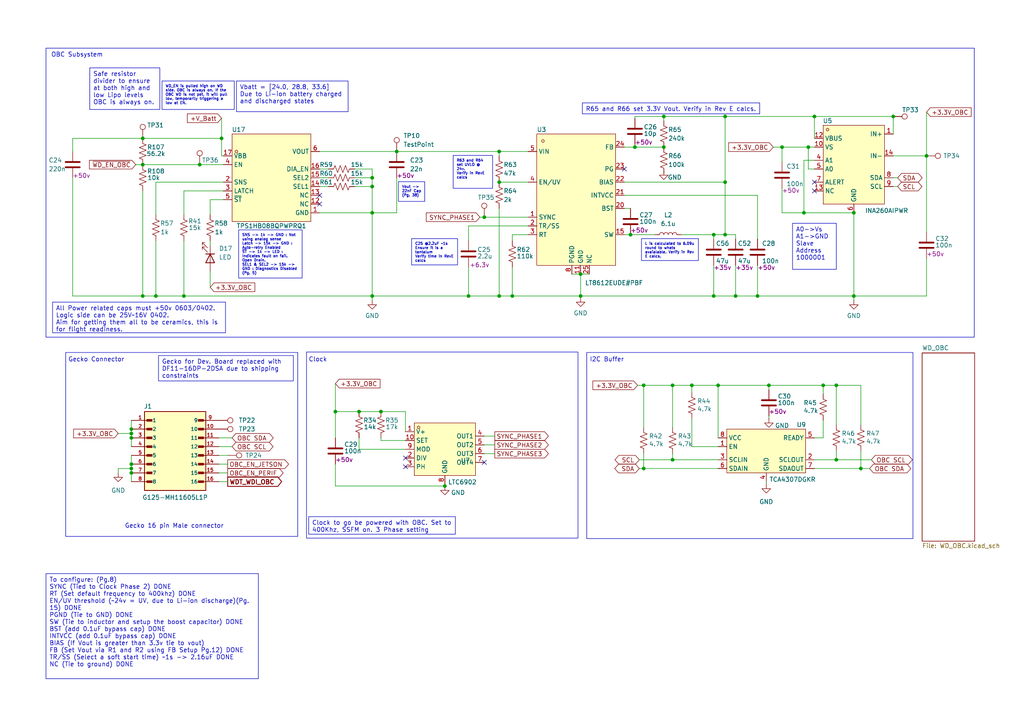
<source format=kicad_sch>
(kicad_sch (version 20250114) (generator "eeschema") (generator_version "9.0")
  (paper "A4")
  (lib_symbols
    (symbol "Device:C" (pin_numbers (hide yes)) (pin_names (offset 0.254))
      (property "Reference" "C" (at 0.635 2.54 0))
      (property "Value" "C" (at 0.635 -2.54 0))
      (symbol "C_0_1"
        (polyline (pts (xy -2.032 0.762) (xy 2.032 0.762)) (stroke (width 0.508)))
        (polyline (pts (xy -2.032 -0.762) (xy 2.032 -0.762)) (stroke (width 0.508)))
      )
      (symbol "C_1_1"
        (pin passive line (at 0 3.81 270) (length 2.794) (name "~") (number "1"))
        (pin passive line (at 0 -3.81 90) (length 2.794) (name "~") (number "2"))
      )
    )
    (symbol "Device:L" (pin_numbers (hide yes)) (pin_names (offset 1.016) (hide yes))
      (property "Reference" "L" (at -1.27 0 90))
      (property "Value" "L" (at 1.905 0 90))
      (symbol "L_0_1"
        (arc (start 0 2.54) (mid 0.6323 1.905) (end 0 1.27))
        (arc (start 0 1.27) (mid 0.6323 0.635) (end 0 0))
        (arc (start 0 0) (mid 0.6323 -0.635) (end 0 -1.27))
        (arc (start 0 -1.27) (mid 0.6323 -1.905) (end 0 -2.54))
      )
      (symbol "L_1_1"
        (pin passive line (at 0 3.81 270) (length 1.27) (name "1") (number "1"))
        (pin passive line (at 0 -3.81 90) (length 1.27) (name "2") (number "2"))
      )
    )
    (symbol "Device:LED" (pin_numbers (hide yes)) (pin_names (offset 1.016) (hide yes))
      (property "Reference" "D" (at 0 2.54 0))
      (property "Value" "LED" (at 0 -2.54 0))
      (symbol "LED_0_1"
        (polyline (pts (xy -3.048 -0.762) (xy -4.572 -2.286) (xy -3.81 -2.286) (xy -4.572 -2.286) (xy -4.572 -1.524)))
        (polyline (pts (xy -1.778 -0.762) (xy -3.302 -2.286) (xy -2.54 -2.286) (xy -3.302 -2.286) (xy -3.302 -1.524)))
        (polyline (pts (xy -1.27 0) (xy 1.27 0)))
        (polyline (pts (xy -1.27 -1.27) (xy -1.27 1.27)) (stroke (width 0.254)))
        (polyline (pts (xy 1.27 -1.27) (xy 1.27 1.27) (xy -1.27 0) (xy 1.27 -1.27)) (stroke (width 0.254)))
      )
      (symbol "LED_1_1"
        (pin passive line (at -3.81 0 0) (length 2.54) (name "K") (number "1"))
        (pin passive line (at 3.81 0 180) (length 2.54) (name "A") (number "2"))
      )
    )
    (symbol "Device:R_US" (pin_numbers (hide yes)) (pin_names (offset 0))
      (property "Reference" "R" (at 2.54 0 90))
      (property "Value" "R_US" (at -2.54 0 90))
      (symbol "R_US_0_1"
        (polyline (pts (xy 0 2.286) (xy 0 2.54)))
        (polyline (pts (xy 0 2.286) (xy 1.016 1.905) (xy 0 1.524) (xy -1.016 1.143) (xy 0 0.762)))
        (polyline (pts (xy 0 0.762) (xy 1.016 0.381) (xy 0 0) (xy -1.016 -0.381) (xy 0 -0.762)))
        (polyline (pts (xy 0 -0.762) (xy 1.016 -1.143) (xy 0 -1.524) (xy -1.016 -1.905) (xy 0 -2.286)))
        (polyline (pts (xy 0 -2.286) (xy 0 -2.54)))
      )
      (symbol "R_US_1_1"
        (pin passive line (at 0 3.81 270) (length 1.27) (name "~") (number "1"))
        (pin passive line (at 0 -3.81 90) (length 1.27) (name "~") (number "2"))
      )
    )
    (symbol "EPS:G125-MH11605L1P" (pin_names (offset 1.016))
      (property "Reference" "J" (at -9.39 12.7 0))
      (property "Value" "G125-MH11605L1P" (at -8.89 -12.7 0))
      (symbol "G125-MH11605L1P_0_0"
        (rectangle (start -8.89 12.7) (end 8.89 -10.16) (stroke (width 0.254)) (fill (type background)))
        (rectangle (start -8.255 9.8425) (end -6.6675 10.4775) (stroke (width 0.1)) (fill (type outline)))
        (rectangle (start -8.255 7.3025) (end -6.6675 7.9375) (stroke (width 0.1)) (fill (type outline)))
        (rectangle (start -8.255 4.7625) (end -6.6675 5.3975) (stroke (width 0.1)) (fill (type outline)))
        (rectangle (start -8.255 2.2225) (end -6.6675 2.8575) (stroke (width 0.1)) (fill (type outline)))
        (rectangle (start -8.255 -0.3175) (end -6.6675 0.3175) (stroke (width 0.1)) (fill (type outline)))
        (rectangle (start -8.255 -2.8575) (end -6.6675 -2.2225) (stroke (width 0.1)) (fill (type outline)))
        (rectangle (start -8.255 -5.3975) (end -6.6675 -4.7625) (stroke (width 0.1)) (fill (type outline)))
        (rectangle (start -8.255 -7.9375) (end -6.6675 -7.3025) (stroke (width 0.1)) (fill (type outline)))
        (rectangle (start 8.255 9.8425) (end 6.6675 10.4775) (stroke (width 0.1)) (fill (type outline)))
        (rectangle (start 8.255 7.3025) (end 6.6675 7.9375) (stroke (width 0.1)) (fill (type outline)))
        (rectangle (start 8.255 4.7625) (end 6.6675 5.3975) (stroke (width 0.1)) (fill (type outline)))
        (rectangle (start 8.255 2.2225) (end 6.6675 2.8575) (stroke (width 0.1)) (fill (type outline)))
        (rectangle (start 8.255 -0.3175) (end 6.6675 0.3175) (stroke (width 0.1)) (fill (type outline)))
        (rectangle (start 8.255 -2.8575) (end 6.6675 -2.2225) (stroke (width 0.1)) (fill (type outline)))
        (rectangle (start 8.255 -5.3975) (end 6.6675 -4.7625) (stroke (width 0.1)) (fill (type outline)))
        (rectangle (start 8.255 -7.9375) (end 6.6675 -7.3025) (stroke (width 0.1)) (fill (type outline)))
        (pin passive line (at -12.7 10.16 0) (length 5.08) (name "1") (number "1"))
        (pin passive line (at -12.7 7.62 0) (length 5.08) (name "2") (number "2"))
        (pin passive line (at -12.7 5.08 0) (length 5.08) (name "3") (number "3"))
        (pin passive line (at -12.7 2.54 0) (length 5.08) (name "4") (number "4"))
        (pin passive line (at -12.7 0 0) (length 5.08) (name "5") (number "5"))
        (pin passive line (at -12.7 -2.54 0) (length 5.08) (name "6") (number "6"))
        (pin passive line (at -12.7 -5.08 0) (length 5.08) (name "7") (number "7"))
        (pin passive line (at -12.7 -7.62 0) (length 5.08) (name "8") (number "8"))
        (pin passive line (at 12.7 10.16 180) (length 5.08) (name "9") (number "9"))
        (pin passive line (at 12.7 7.62 180) (length 5.08) (name "10") (number "10"))
        (pin passive line (at 12.7 5.08 180) (length 5.08) (name "11") (number "11"))
        (pin passive line (at 12.7 2.54 180) (length 5.08) (name "12") (number "12"))
        (pin passive line (at 12.7 0 180) (length 5.08) (name "13") (number "13"))
        (pin passive line (at 12.7 -2.54 180) (length 5.08) (name "14") (number "14"))
        (pin passive line (at 12.7 -5.08 180) (length 5.08) (name "15") (number "15"))
        (pin passive line (at 12.7 -7.62 180) (length 5.08) (name "16") (number "16"))
      )
    )
    (symbol "EPS:INA260AIPWR"
      (property "Reference" "U" (at 0 13.97 0))
      (property "Value" "INA260AIPWR" (at 8.128 -12.954 0))
      (symbol "INA260AIPWR_0_1"
        (rectangle (start -8.89 11.43) (end 8.89 -11.43) (fill (type background)))
        (circle (center -7.62 10.16) (radius 0.38))
      )
      (symbol "INA260AIPWR_1_1"
        (pin passive line (at -11.43 7.62 0) (length 2.54) (name "VBUS") (number "12"))
        (pin passive line (at -11.43 5.08 0) (length 2.54) (name "VS") (number "10"))
        (pin passive line (at -11.43 1.27 0) (length 2.54) (name "A1") (number "4"))
        (pin passive line (at -11.43 -1.27 0) (length 2.54) (name "A0") (number "5"))
        (pin passive line (at -11.43 -5.08 0) (length 2.54) (name "ALERT") (number "7"))
        (pin passive line (at -11.43 -7.62 0) (length 2.54) (name "NC") (number "13"))
        (pin passive line (at 0 -13.97 90) (length 2.54) (name "GND") (number "6"))
        (pin passive line (at 11.43 8.89 180) (length 2.54) (name "IN+") (number "1"))
        (pin passive line (at 11.43 2.54 180) (length 2.54) (name "IN-") (number "14"))
        (pin passive line (at 11.43 -3.81 180) (length 2.54) (name "SDA") (number "8"))
        (pin passive line (at 11.43 -6.35 180) (length 2.54) (name "SCL") (number "9"))
      )
    )
    (symbol "EPS:LT8612EUDE#PBF"
      (property "Reference" "U" (at -1.27 24.13 0))
      (property "Value" "LT8612EUDE#PBF" (at 0 -29.21 0))
      (symbol "LT8612EUDE#PBF_0_1"
        (rectangle (start -11.43 16.51) (end 11.43 -21.59) (fill (type background)))
        (circle (center -9.652 14.478) (radius 0.38))
      )
      (symbol "LT8612EUDE#PBF_1_1"
        (pin passive line (at -13.97 11.43 0) (length 2.54) (name "VIN") (number "5"))
        (pin passive line (at -13.97 2.54 0) (length 2.54) (name "EN/UV") (number "4"))
        (pin passive line (at -13.97 -7.62 0) (length 2.54) (name "SYNC") (number "1"))
        (pin passive line (at -13.97 -10.16 0) (length 2.54) (name "TR/SS") (number "2"))
        (pin passive line (at -13.97 -12.7 0) (length 2.54) (name "RT") (number "3"))
        (pin passive line (at -1.27 -24.13 90) (length 2.54) (name "PGND") (number "8"))
        (pin passive line (at 1.27 -24.13 90) (length 2.54) (name "GND") (number "11"))
        (pin passive line (at 3.81 -24.13 90) (length 2.54) (name "NC") (number "25"))
        (pin passive line (at 13.97 12.7 180) (length 2.54) (name "FB") (number "24"))
        (pin passive line (at 13.97 6.35 180) (length 2.54) (name "PG") (number "23"))
        (pin passive line (at 13.97 2.54 180) (length 2.54) (name "BIAS") (number "22"))
        (pin passive line (at 13.97 -1.27 180) (length 2.54) (name "INTVCC") (number "21"))
        (pin passive line (at 13.97 -5.08 180) (length 2.54) (name "BST") (number "20"))
        (pin passive line (at 13.97 -12.7 180) (length 2.54) (name "SW") (number "15"))
      )
    )
    (symbol "EPS:LTC6902IMS#TRPBF"
      (property "Reference" "U" (at 0 10.16 0))
      (property "Value" "LTC6902IMS#TRPBF" (at 0 -10.16 0))
      (symbol "LTC6902IMS#TRPBF_0_1"
        (rectangle (start -8.89 7.62) (end 8.89 -7.62) (fill (type background)))
        (circle (center -7.62 6.35) (radius 0.38))
        (pin unspecified line (at -11.43 5.08 0) (length 2.54) (name "V+") (number "1"))
        (pin unspecified line (at -11.43 2.54 0) (length 2.54) (name "SET") (number "10"))
        (pin unspecified line (at -11.43 0 0) (length 2.54) (name "MOD") (number "9"))
        (pin unspecified line (at -11.43 -2.54 0) (length 2.54) (name "DIV") (number "2"))
        (pin unspecified line (at -11.43 -5.08 0) (length 2.54) (name "PH") (number "3"))
        (pin unspecified line (at 0 -10.16 90) (length 2.54) (name "GND") (number "8"))
        (pin unspecified line (at 11.43 3.81 180) (length 2.54) (name "OUT1") (number "4"))
        (pin unspecified line (at 11.43 1.27 180) (length 2.54) (name "OUT2") (number "5"))
        (pin unspecified line (at 11.43 -1.27 180) (length 2.54) (name "OUT3") (number "6"))
        (pin unspecified line (at 11.43 -3.81 180) (length 2.54) (name "OUT4") (number "7"))
      )
    )
    (symbol "EPS:TCA4307DGKR"
      (property "Reference" "U" (at 0 8.89 0))
      (property "Value" "TCA4307DGKR" (at 0 -8.89 0))
      (symbol "TCA4307DGKR_0_1"
        (rectangle (start -11.43 6.35) (end 11.43 -6.35) (fill (type background)))
        (pin unspecified line (at -13.97 3.81 0) (length 2.54) (name "VCC") (number "8"))
        (pin unspecified line (at -13.97 1.27 0) (length 2.54) (name "EN") (number "1"))
        (pin unspecified line (at -13.97 -2.54 0) (length 2.54) (name "SCLIN") (number "3"))
        (pin unspecified line (at -13.97 -5.08 0) (length 2.54) (name "SDAIN") (number "6"))
        (pin unspecified line (at 0 -8.89 90) (length 2.54) (name "GND") (number "4"))
        (pin unspecified line (at 13.97 3.81 180) (length 2.54) (name "READY") (number "5"))
        (pin unspecified line (at 13.97 -2.54 180) (length 2.54) (name "SCLOUT") (number "2"))
        (pin unspecified line (at 13.97 -5.08 180) (length 2.54) (name "SDAOUT") (number "7"))
      )
    )
    (symbol "EPS:TPS1HB08BQPWPRQ1"
      (property "Reference" "U" (at 0 15.24 0))
      (property "Value" "TPS1HB08BQPWPRQ1" (at 0 -15.24 0))
      (symbol "TPS1HB08BQPWPRQ1_0_1"
        (rectangle (start -11.43 12.7) (end 11.43 -12.7) (fill (type background)))
        (circle (center -10.16 7.62) (radius 0.38))
      )
      (symbol "TPS1HB08BQPWPRQ1_1_1"
        (pin passive line (at -13.97 6.35 0) (length 2.54) (name "VBB") (number "17"))
        (pin passive line (at -13.97 3.81 0) (length 2.54) (name "EN") (number "4"))
        (pin passive line (at -13.97 -1.27 0) (length 2.54) (name "SNS") (number "2"))
        (pin passive line (at -13.97 -3.81 0) (length 2.54) (name "LATCH") (number "3"))
        (pin passive line (at -13.97 -6.35 0) (length 2.54) (name "~{ST}") (number "5"))
        (pin passive line (at 13.97 7.62 180) (length 2.54) (name "VOUT") (number "6"))
        (pin passive line (at 13.97 2.54 180) (length 2.54) (name "DIA_EN") (number "16"))
        (pin passive line (at 13.97 0 180) (length 2.54) (name "SEL2") (number "15"))
        (pin passive line (at 13.97 -2.54 180) (length 2.54) (name "SEL1") (number "14"))
        (pin passive line (at 13.97 -5.08 180) (length 2.54) (name "NC") (number "13"))
        (pin passive line (at 13.97 -7.62 180) (length 2.54) (name "NC") (number "12"))
        (pin passive line (at 13.97 -10.16 180) (length 2.54) (name "GND") (number "1"))
      )
    )
    (symbol "EPS:TestPoint" (pin_numbers (hide yes)) (pin_names (offset 0.762) (hide yes))
      (property "Reference" "TP" (at 0 6.858 0))
      (property "Value" "TestPoint" (at 0 5.08 0))
      (symbol "TestPoint_0_1"
        (circle (center 0 3.302) (radius 0.762))
      )
      (symbol "TestPoint_1_1"
        (pin passive line (at 0 0 90) (length 2.54) (name "1") (number "1"))
      )
    )
    (symbol "power:GND" (power) (pin_numbers (hide yes)) (pin_names (offset 0) (hide yes))
      (property "Value" "GND" (at 0 -3.81 0))
      (symbol "GND_0_1"
        (polyline (pts (xy 0 0) (xy 0 -1.27) (xy 1.27 -1.27) (xy 0 -2.54) (xy -1.27 -1.27) (xy 0 -1.27)))
      )
      (symbol "GND_1_1"
        (pin power_in line (at 0 0 270) (length 0) (name "~") (number "1"))
      )
    )
  )
  (rectangle (start 13.335 13.97) (end 282.575 97.79))
  (rectangle (start 88.9 102.108) (end 167.64 156.083))
  (rectangle (start 170.18 102.235) (end 264.795 156.21))
  (rectangle (start 19.05 102.235) (end 86.36 155.575))
  (text "Clock\n" (at 92.202 104.394 0) (effects (font (size 1.27 1.27))))
  (text "OBC Subsystem" (at 22.352 16.002 0) (effects (font (size 1.27 1.27))))
  (text "I2C Buffer" (at 176.022 104.394 0) (effects (font (size 1.27 1.27))))
  (text "Gecko Connector" (at 27.94 104.394 0) (effects (font (size 1.27 1.27))))
  (text "Gecko 16 pin Male connector" (at 50.546 152.654 0) (effects (font (size 1.27 1.27))))
  (text_box "R65 and R66 set 3.3V Vout. Verify in Rev E calcs." (at 168.91 29.845 0) (size 51.435 3.175) (margins 0.9525 0.9525 0.9525 0.9525) (effects (font (size 1.27 1.27)) (justify left top)))
  (text_box "L is calculated to 6.09u round to whats avaialable. Verify in Rev E calcs." (at 186.055 69.215 0) (size 16.51 6.35) (margins 0.9525 0.9525 0.9525 0.9525) (effects (font (size 0.762 0.762)) (justify left top)))
  (text_box "A0->Vs\nA1->GND\nSlave Address\n1000001" (at 229.87 64.77 0) (size 12.7 13.335) (margins 0.9525 0.9525 0.9525 0.9525) (effects (font (size 1.27 1.27)) (justify left top)))
  (text_box "All Power related caps must +50v 0603/0402. Logic side can be 25V~16V 0402.\nAim for getting them all to be ceramics, this is for flight readiness." (at 15.24 87.63 0) (size 50.165 8.89) (margins 0.9525 0.9525 0.9525 0.9525) (effects (font (size 1.27 1.27)) (justify left top)))
  (text_box "To configure: (Pg.8)\nSYNC (Tied to Clock Phase 2) DONE\nRT (Set default frequency to 400khz) DONE\nEN/UV threshold (~24v = UV, due to Li-ion discharge)(Pg. 15) DONE\nPGND (Tie to GND) DONE\nSW (Tie to inductor and setup the boost capacitor) DONE\nBST (add 0.1uF bypass cap) DONE\nINTVCC (add 0.1uF bypass cap) DONE\nBIAS (If Vout is greater than 3.3v tie to vout)\nFB (Set Vout via R1 and R2 using FB Setup Pg.12) DONE\nTR/SS (Select a soft start time) ~1s -> 2.16uF DONE\nNC (Tie to ground) DONE" (at 13.335 166.37 0) (size 61.595 30.48) (margins 0.9525 0.9525 0.9525 0.9525) (effects (font (size 1.27 1.27)) (justify left top)))
  (text_box "Vbatt = [24.0, 28.8, 33.6] Due to Li-ion battery charged and discharged states" (at 68.58 23.495 0) (size 32.385 8.89) (margins 0.9525 0.9525 0.9525 0.9525) (effects (font (size 1.27 1.27)) (justify left top)))
  (text_box "Safe resistor divider to ensure at both high and low Lipo levels OBC is always on." (at 26.035 19.685 0) (size 20.32 12.065) (margins 0.9525 0.9525 0.9525 0.9525) (effects (font (size 1.27 1.27)) (justify left top)))
  (text_box "WD_EN is pulled high on WD side. OBC is always on. If the OBC WD is not pet, it will pull low, temporarily triggering a low at EN." (at 46.99 23.495 0) (size 20.955 8.255) (margins 0.9525 0.9525 0.9525 0.9525) (effects (font (size 0.762 0.762)) (justify left top)))
  (text_box "R63 and R64 set UVLO @ 24v.\nVerify in RevE calcs" (at 131.445 45.085 0) (size 11.43 9.525) (margins 0.9525 0.9525 0.9525 0.9525) (effects (font (size 0.762 0.762)) (justify left top)))
  (text_box "Vout -> 22nF Cap\n(Pg. 38)" (at 115.57 52.705 0) (size 7.62 5.715) (margins 0.9525 0.9525 0.9525 0.9525) (effects (font (size 0.762 0.762)) (justify left top)))
  (text_box "C25 @2.2uF ~1s\nEnsure it is a tantalum\nVerify time in RevE calcs" (at 119.38 69.215 0) (size 13.335 7.62) (margins 0.9525 0.9525 0.9525 0.9525) (effects (font (size 0.762 0.762)) (justify left top)))
  (text_box "Gecko for Dev. Board replaced with DF11-16DP-2DSA due to shipping constraints" (at 45.974 103.124 0) (size 39.116 7.366) (margins 0.9525 0.9525 0.9525 0.9525) (effects (font (size 1.27 1.27)) (justify left top)))
  (text_box "SNS -> 1k -> GND : Not using analog sense\nLatch -> 15k -> GND : Auto-retry Enabled\n~{ST} -> 1k -> LED : Indicates fault on fail. Open Drain.\nSEL1 & SEL2 -> 15k -> GND : Diagnostics Disabled\n(Pg. 5)" (at 69.215 66.675 0) (size 18.415 13.97) (margins 0.9525 0.9525 0.9525 0.9525) (effects (font (size 0.762 0.762)) (justify left top)))
  (text_box "Clock to go be powered with OBC. Set to 400Khz, SSFM on. 3 Phase setting" (at 89.535 149.86 0) (size 42.545 5.08) (margins 0.9525 0.9525 0.9525 0.9525) (effects (font (size 1.27 1.27)) (justify left top)))
  (junction (at 192.532 33.782))
  (junction (at 45.212 85.852))
  (junction (at 38.1 127))
  (junction (at 247.65 61.722))
  (junction (at 107.95 54.102))
  (junction (at 207.01 85.852))
  (junction (at 110.49 119.38))
  (junction (at 107.95 85.852))
  (junction (at 247.65 85.852))
  (junction (at 38.1 125.73))
  (junction (at 144.78 85.852))
  (junction (at 53.34 85.852))
  (junction (at 259.08 33.782))
  (junction (at 223.012 111.76))
  (junction (at 97.282 119.38))
  (junction (at 234.442 42.672))
  (junction (at 107.95 51.562))
  (junction (at 192.532 42.672))
  (junction (at 208.28 111.76))
  (junction (at 195.072 111.76))
  (junction (at 233.172 61.722))
  (junction (at 41.402 47.752))
  (junction (at 200.66 111.76))
  (junction (at 57.912 47.752))
  (junction (at 219.71 85.852))
  (junction (at 38.1 135.89))
  (junction (at 186.69 135.89))
  (junction (at 238.76 111.76))
  (junction (at 115.062 43.942))
  (junction (at 129.032 140.97))
  (junction (at 144.78 43.942))
  (junction (at 144.78 52.832))
  (junction (at 242.57 111.76))
  (junction (at 140.462 62.992))
  (junction (at 242.57 133.35))
  (junction (at 64.262 40.132))
  (junction (at 104.14 119.38))
  (junction (at 210.312 68.072))
  (junction (at 38.1 124.46))
  (junction (at 168.402 79.502))
  (junction (at 249.682 135.89))
  (junction (at 148.59 85.852))
  (junction (at 41.402 85.852))
  (junction (at 210.312 33.782))
  (junction (at 186.69 111.76))
  (junction (at 168.402 85.852))
  (junction (at 226.822 42.672))
  (junction (at 210.312 52.832))
  (junction (at 38.1 137.16))
  (junction (at 213.36 85.852))
  (junction (at 207.01 68.072))
  (junction (at 135.89 85.852))
  (junction (at 182.88 68.072))
  (junction (at 107.95 61.722))
  (junction (at 184.15 42.672))
  (junction (at 236.22 33.782))
  (junction (at 195.072 133.35))
  (junction (at 268.732 45.212))
  (junction (at 38.1 134.62))
  (junction (at 41.402 40.132))
  (no_connect (at 236.22 55.372))
  (no_connect (at 117.602 132.842))
  (no_connect (at 236.22 52.832))
  (no_connect (at 117.602 135.382))
  (no_connect (at 140.462 134.112))
  (no_connect (at 92.71 56.642))
  (no_connect (at 181.102 49.022))
  (no_connect (at 92.71 59.182))
  (wire (pts (xy 234.442 42.672) (xy 236.22 42.672)))
  (wire (pts (xy 107.95 85.852) (xy 107.95 61.722)))
  (wire (pts (xy 249.682 111.76) (xy 249.682 123.19)))
  (wire (pts (xy 135.89 85.852) (xy 144.78 85.852)))
  (wire (pts (xy 226.822 61.722) (xy 233.172 61.722)))
  (wire (pts (xy 210.312 68.072) (xy 213.36 68.072)))
  (wire (pts (xy 144.78 60.452) (xy 144.78 85.852)))
  (wire (pts (xy 45.212 69.85) (xy 45.212 85.852)))
  (wire (pts (xy 53.34 55.372) (xy 53.34 62.23)))
  (wire (pts (xy 60.96 57.912) (xy 64.77 57.912)))
  (wire (pts (xy 268.732 32.512) (xy 268.732 45.212)))
  (wire (pts (xy 222.25 140.462) (xy 222.25 139.7)))
  (wire (pts (xy 192.532 33.782) (xy 184.15 33.782)))
  (wire (pts (xy 92.71 61.722) (xy 107.95 61.722)))
  (wire (pts (xy 140.462 62.992) (xy 153.162 62.992)))
  (wire (pts (xy 195.072 111.76) (xy 200.66 111.76)))
  (wire (pts (xy 195.072 111.76) (xy 195.072 123.952)))
  (wire (pts (xy 92.71 43.942) (xy 115.062 43.942)))
  (wire (pts (xy 135.89 69.85) (xy 135.89 65.532)))
  (wire (pts (xy 41.402 40.132) (xy 64.262 40.132)))
  (wire (pts (xy 259.08 51.562) (xy 260.35 51.562)))
  (wire (pts (xy 238.76 111.76) (xy 242.57 111.76)))
  (wire (pts (xy 38.1 127) (xy 38.1 129.54)))
  (wire (pts (xy 107.95 49.022) (xy 107.95 51.562)))
  (wire (pts (xy 148.59 85.852) (xy 168.402 85.852)))
  (wire (pts (xy 38.1 135.89) (xy 38.1 137.16)))
  (wire (pts (xy 34.29 135.89) (xy 38.1 135.89)))
  (wire (pts (xy 186.69 135.89) (xy 208.28 135.89)))
  (wire (pts (xy 110.49 119.38) (xy 117.602 119.38)))
  (wire (pts (xy 53.34 55.372) (xy 64.77 55.372)))
  (wire (pts (xy 192.532 33.782) (xy 192.532 35.052)))
  (wire (pts (xy 95.25 51.562) (xy 92.71 51.562)))
  (wire (pts (xy 140.462 131.572) (xy 143.51 131.572)))
  (wire (pts (xy 60.96 83.312) (xy 60.96 78.74)))
  (wire (pts (xy 97.282 140.97) (xy 129.032 140.97)))
  (wire (pts (xy 148.59 68.072) (xy 153.162 68.072)))
  (wire (pts (xy 213.36 76.962) (xy 213.36 85.852)))
  (wire (pts (xy 63.5 137.16) (xy 66.04 137.16)))
  (wire (pts (xy 242.57 130.81) (xy 242.57 133.35)))
  (wire (pts (xy 223.012 120.65) (xy 223.012 121.412)))
  (wire (pts (xy 184.912 111.76) (xy 186.69 111.76)))
  (wire (pts (xy 64.77 52.832) (xy 45.212 52.832)))
  (wire (pts (xy 223.012 111.76) (xy 238.76 111.76)))
  (wire (pts (xy 181.102 60.452) (xy 182.88 60.452)))
  (wire (pts (xy 97.282 134.62) (xy 97.282 140.97)))
  (wire (pts (xy 236.22 40.132) (xy 236.22 33.782)))
  (wire (pts (xy 249.682 130.81) (xy 249.682 135.89)))
  (wire (pts (xy 223.012 113.03) (xy 223.012 111.76)))
  (wire (pts (xy 234.442 49.022) (xy 234.442 42.672)))
  (wire (pts (xy 210.312 33.782) (xy 236.22 33.782)))
  (wire (pts (xy 268.732 85.852) (xy 268.732 74.93)))
  (wire (pts (xy 181.102 56.642) (xy 219.71 56.642)))
  (wire (pts (xy 135.89 65.532) (xy 153.162 65.532)))
  (wire (pts (xy 60.96 69.85) (xy 60.96 71.12)))
  (wire (pts (xy 186.69 131.572) (xy 186.69 135.89)))
  (wire (pts (xy 21.082 43.942) (xy 21.082 40.132)))
  (wire (pts (xy 102.87 51.562) (xy 107.95 51.562)))
  (wire (pts (xy 238.76 121.92) (xy 238.76 127)))
  (wire (pts (xy 144.78 43.942) (xy 144.78 45.212)))
  (wire (pts (xy 63.5 134.62) (xy 66.04 134.62)))
  (wire (pts (xy 63.5 139.7) (xy 66.04 139.7)))
  (wire (pts (xy 107.95 54.102) (xy 107.95 61.722)))
  (wire (pts (xy 38.1 132.08) (xy 38.1 134.62)))
  (wire (pts (xy 233.172 61.722) (xy 247.65 61.722)))
  (wire (pts (xy 60.96 57.912) (xy 60.96 62.23)))
  (wire (pts (xy 184.15 41.91) (xy 184.15 42.672)))
  (wire (pts (xy 236.22 49.022) (xy 234.442 49.022)))
  (wire (pts (xy 97.282 119.38) (xy 97.282 127)))
  (wire (pts (xy 182.88 68.072) (xy 189.992 68.072)))
  (wire (pts (xy 165.862 79.502) (xy 168.402 79.502)))
  (wire (pts (xy 110.49 127) (xy 110.49 127.762)))
  (wire (pts (xy 181.102 52.832) (xy 210.312 52.832)))
  (wire (pts (xy 185.42 133.35) (xy 195.072 133.35)))
  (wire (pts (xy 226.822 42.672) (xy 226.822 46.99)))
  (wire (pts (xy 104.14 127) (xy 104.14 130.302)))
  (wire (pts (xy 242.57 111.76) (xy 249.682 111.76)))
  (wire (pts (xy 186.69 111.76) (xy 186.69 123.952)))
  (wire (pts (xy 238.76 127) (xy 236.22 127)))
  (wire (pts (xy 140.462 126.492) (xy 143.51 126.492)))
  (wire (pts (xy 168.402 85.852) (xy 207.01 85.852)))
  (wire (pts (xy 110.49 127.762) (xy 117.602 127.762)))
  (wire (pts (xy 139.192 62.992) (xy 140.462 62.992)))
  (wire (pts (xy 213.36 68.072) (xy 213.36 69.342)))
  (wire (pts (xy 200.66 121.412) (xy 200.66 129.54)))
  (wire (pts (xy 236.22 33.782) (xy 259.08 33.782)))
  (wire (pts (xy 184.15 42.672) (xy 192.532 42.672)))
  (wire (pts (xy 224.282 42.672) (xy 226.822 42.672)))
  (wire (pts (xy 181.102 68.072) (xy 182.88 68.072)))
  (wire (pts (xy 64.262 40.132) (xy 64.262 45.212)))
  (wire (pts (xy 219.71 56.642) (xy 219.71 69.342)))
  (wire (pts (xy 233.172 46.482) (xy 236.22 46.482)))
  (wire (pts (xy 186.69 111.76) (xy 195.072 111.76)))
  (wire (pts (xy 45.212 52.832) (xy 45.212 62.23)))
  (wire (pts (xy 148.59 85.852) (xy 148.59 77.47)))
  (wire (pts (xy 208.28 111.76) (xy 208.28 127)))
  (wire (pts (xy 144.78 43.942) (xy 153.162 43.942)))
  (wire (pts (xy 102.87 49.022) (xy 107.95 49.022)))
  (wire (pts (xy 259.08 54.102) (xy 260.35 54.102)))
  (wire (pts (xy 21.082 51.562) (xy 21.082 85.852)))
  (wire (pts (xy 242.57 133.35) (xy 252.73 133.35)))
  (wire (pts (xy 95.25 49.022) (xy 92.71 49.022)))
  (wire (pts (xy 247.65 85.852) (xy 268.732 85.852)))
  (wire (pts (xy 39.37 47.752) (xy 41.402 47.752)))
  (wire (pts (xy 63.5 127) (xy 67.31 127)))
  (wire (pts (xy 247.65 61.722) (xy 247.65 85.852)))
  (wire (pts (xy 226.822 42.672) (xy 234.442 42.672)))
  (wire (pts (xy 195.072 131.572) (xy 195.072 133.35)))
  (wire (pts (xy 38.1 125.73) (xy 38.1 127)))
  (wire (pts (xy 195.072 133.35) (xy 208.28 133.35)))
  (wire (pts (xy 236.22 135.89) (xy 249.682 135.89)))
  (wire (pts (xy 207.01 85.852) (xy 213.36 85.852)))
  (wire (pts (xy 197.612 68.072) (xy 207.01 68.072)))
  (wire (pts (xy 21.082 40.132) (xy 41.402 40.132)))
  (wire (pts (xy 102.87 54.102) (xy 107.95 54.102)))
  (wire (pts (xy 64.262 45.212) (xy 64.77 45.212)))
  (wire (pts (xy 144.78 85.852) (xy 148.59 85.852)))
  (wire (pts (xy 97.282 119.38) (xy 104.14 119.38)))
  (wire (pts (xy 107.95 61.722) (xy 115.062 61.722)))
  (wire (pts (xy 129.032 140.462) (xy 129.032 140.97)))
  (wire (pts (xy 64.262 34.29) (xy 64.262 40.132)))
  (wire (pts (xy 210.312 33.782) (xy 210.312 52.832)))
  (wire (pts (xy 63.5 129.54) (xy 67.31 129.54)))
  (wire (pts (xy 104.14 119.38) (xy 110.49 119.38)))
  (wire (pts (xy 21.082 85.852) (xy 41.402 85.852)))
  (wire (pts (xy 207.01 76.962) (xy 207.01 85.852)))
  (wire (pts (xy 219.71 85.852) (xy 247.65 85.852)))
  (wire (pts (xy 117.602 119.38) (xy 117.602 125.222)))
  (wire (pts (xy 34.29 125.73) (xy 38.1 125.73)))
  (wire (pts (xy 63.5 132.08) (xy 66.04 132.08)))
  (wire (pts (xy 115.062 51.562) (xy 115.062 61.722)))
  (wire (pts (xy 140.462 129.032) (xy 143.51 129.032)))
  (wire (pts (xy 41.402 47.752) (xy 57.912 47.752)))
  (wire (pts (xy 184.15 33.782) (xy 184.15 34.29)))
  (wire (pts (xy 53.34 85.852) (xy 107.95 85.852)))
  (wire (pts (xy 168.402 86.36) (xy 168.402 85.852)))
  (wire (pts (xy 207.01 68.072) (xy 210.312 68.072)))
  (wire (pts (xy 238.76 111.76) (xy 238.76 114.3)))
  (wire (pts (xy 41.402 55.372) (xy 41.402 85.852)))
  (wire (pts (xy 57.912 47.752) (xy 64.77 47.752)))
  (wire (pts (xy 200.66 111.76) (xy 200.66 113.792)))
  (wire (pts (xy 226.822 54.61) (xy 226.822 61.722)))
  (wire (pts (xy 34.29 137.16) (xy 34.29 135.89)))
  (wire (pts (xy 249.682 135.89) (xy 252.222 135.89)))
  (wire (pts (xy 107.95 85.852) (xy 135.89 85.852)))
  (wire (pts (xy 208.28 111.76) (xy 223.012 111.76)))
  (wire (pts (xy 233.172 46.482) (xy 233.172 61.722)))
  (wire (pts (xy 104.14 130.302) (xy 117.602 130.302)))
  (wire (pts (xy 38.1 134.62) (xy 38.1 135.89)))
  (wire (pts (xy 181.102 42.672) (xy 184.15 42.672)))
  (wire (pts (xy 45.212 85.852) (xy 53.34 85.852)))
  (wire (pts (xy 268.732 45.212) (xy 268.732 67.31)))
  (wire (pts (xy 135.89 77.47) (xy 135.89 85.852)))
  (wire (pts (xy 185.42 135.89) (xy 186.69 135.89)))
  (wire (pts (xy 38.1 137.16) (xy 38.1 139.7)))
  (wire (pts (xy 38.1 121.92) (xy 38.1 124.46)))
  (wire (pts (xy 247.65 87.122) (xy 247.65 85.852)))
  (wire (pts (xy 115.062 43.942) (xy 144.78 43.942)))
  (wire (pts (xy 38.1 124.46) (xy 38.1 125.73)))
  (wire (pts (xy 95.25 54.102) (xy 92.71 54.102)))
  (wire (pts (xy 207.01 68.072) (xy 207.01 69.342)))
  (wire (pts (xy 259.08 45.212) (xy 268.732 45.212)))
  (wire (pts (xy 107.95 87.122) (xy 107.95 85.852)))
  (wire (pts (xy 219.71 76.962) (xy 219.71 85.852)))
  (wire (pts (xy 107.95 51.562) (xy 107.95 54.102)))
  (wire (pts (xy 259.08 33.782) (xy 259.08 38.862)))
  (wire (pts (xy 168.402 79.502) (xy 170.942 79.502)))
  (wire (pts (xy 192.532 33.782) (xy 210.312 33.782)))
  (wire (pts (xy 53.34 69.85) (xy 53.34 85.852)))
  (wire (pts (xy 148.59 68.072) (xy 148.59 69.85)))
  (wire (pts (xy 210.312 52.832) (xy 210.312 68.072)))
  (wire (pts (xy 41.402 85.852) (xy 45.212 85.852)))
  (wire (pts (xy 200.66 129.54) (xy 208.28 129.54)))
  (wire (pts (xy 144.78 52.832) (xy 153.162 52.832)))
  (wire (pts (xy 168.402 79.502) (xy 168.402 85.852)))
  (wire (pts (xy 192.532 49.53) (xy 192.532 50.292)))
  (wire (pts (xy 200.66 111.76) (xy 208.28 111.76)))
  (wire (pts (xy 213.36 85.852) (xy 219.71 85.852)))
  (wire (pts (xy 236.22 133.35) (xy 242.57 133.35)))
  (wire (pts (xy 242.57 123.19) (xy 242.57 111.76)))
  (wire (pts (xy 97.282 111.252) (xy 97.282 119.38)))
  (global_label "SYNC_PHASE1" (shape input) (at 139.192 62.992 180) (property "Intersheetrefs" "${INTERSHEET_REFS}" (effects (hide yes))))
  (global_label "SCL" (shape bidirectional) (at 185.42 133.35 180) (property "Intersheetrefs" "${INTERSHEET_REFS}" (effects (hide yes))))
  (global_label "SYNC_PHASE1" (shape output) (at 143.51 126.492 0) (property "Intersheetrefs" "${INTERSHEET_REFS}" (effects (hide yes))))
  (global_label "+V_Batt" (shape input) (at 64.262 34.29 180) (property "Intersheetrefs" "${INTERSHEET_REFS}" (effects (hide yes))))
  (global_label "+3.3V_OBC" (shape input) (at 34.29 125.73 180) (property "Intersheetrefs" "${INTERSHEET_REFS}" (effects (hide yes))))
  (global_label "OBC_EN_JETSON" (shape output) (at 66.04 134.62 0) (property "Intersheetrefs" "${INTERSHEET_REFS}" (effects (hide yes))))
  (global_label "WDT_WDI_OBC" (shape output) (at 66.04 139.7 0) (effects (font (thickness 0.254) (bold yes))) (property "Intersheetrefs" "${INTERSHEET_REFS}" (effects (hide yes))))
  (global_label "SDA" (shape bidirectional) (at 185.42 135.89 180) (property "Intersheetrefs" "${INTERSHEET_REFS}" (effects (hide yes))))
  (global_label "+3.3V_OBC" (shape input) (at 268.732 32.512 0) (property "Intersheetrefs" "${INTERSHEET_REFS}" (effects (hide yes))))
  (global_label "OBC SCL" (shape bidirectional) (at 252.73 133.35 0) (property "Intersheetrefs" "${INTERSHEET_REFS}" (effects (hide yes))))
  (global_label "+3.3V_OBC" (shape input) (at 97.282 111.252 0) (property "Intersheetrefs" "${INTERSHEET_REFS}" (effects (hide yes))))
  (global_label "SYNC_PHASE2" (shape output) (at 143.51 129.032 0) (property "Intersheetrefs" "${INTERSHEET_REFS}" (effects (hide yes))))
  (global_label "+3.3V_OBC" (shape input) (at 184.912 111.76 180) (property "Intersheetrefs" "${INTERSHEET_REFS}" (effects (hide yes))))
  (global_label "+3.3V_OBC" (shape input) (at 224.282 42.672 180) (property "Intersheetrefs" "${INTERSHEET_REFS}" (effects (hide yes))))
  (global_label "~{WD_EN_OBC}" (shape input) (at 39.37 47.752 180) (property "Intersheetrefs" "${INTERSHEET_REFS}" (effects (hide yes))))
  (global_label "SYNC_PHASE3" (shape output) (at 143.51 131.572 0) (property "Intersheetrefs" "${INTERSHEET_REFS}" (effects (hide yes))))
  (global_label "OBC_EN_PERIF" (shape output) (at 66.04 137.16 0) (property "Intersheetrefs" "${INTERSHEET_REFS}" (effects (hide yes))))
  (global_label "OBC SDA" (shape bidirectional) (at 67.31 127 0) (property "Intersheetrefs" "${INTERSHEET_REFS}" (effects (hide yes))))
  (global_label "+3.3V_OBC" (shape input) (at 60.96 83.312 0) (property "Intersheetrefs" "${INTERSHEET_REFS}" (effects (hide yes))))
  (global_label "SDA" (shape bidirectional) (at 260.35 51.562 0) (property "Intersheetrefs" "${INTERSHEET_REFS}" (effects (hide yes))))
  (global_label "OBC SDA" (shape bidirectional) (at 252.222 135.89 0) (property "Intersheetrefs" "${INTERSHEET_REFS}" (effects (hide yes))))
  (global_label "SCL" (shape bidirectional) (at 260.35 54.102 0) (property "Intersheetrefs" "${INTERSHEET_REFS}" (effects (hide yes))))
  (global_label "OBC SCL" (shape bidirectional) (at 67.31 129.54 0) (property "Intersheetrefs" "${INTERSHEET_REFS}" (effects (hide yes))))
  (symbol (lib_id "Device:R_US") (at 144.78 49.022 0) (unit 1)
    (property "Reference" "R63" (at 146.05 47.752 0) (effects (justify left)))
    (property "Value" "47k" (at 146.05 50.292 0) (effects (justify left)))
    (property "Footprint" "EPS:R0402" (effects (hide yes)))
    (property "Description" "Resistor, US symbol" (effects (hide yes)))
    (property "LCSC" "C93943" (effects (hide yes)))
  )
  (symbol (lib_id "EPS:TestPoint") (at 63.5 121.92 270) (unit 1)
    (property "Reference" "TP22" (at 69.215 121.9199 90) (effects (justify left)))
    (property "Value" "TestPoint" (effects (hide yes)))
    (property "Footprint" "TestPoint:TestPoint_Pad_1.0x1.0mm" (effects (hide yes)))
    (property "Description" "test point" (effects (hide yes)))
  )
  (symbol (lib_id "Device:R_US") (at 144.78 56.642 0) (unit 1)
    (property "Reference" "R64" (at 146.05 55.372 0) (effects (justify left)))
    (property "Value" "2k" (at 146.05 57.912 0) (effects (justify left)))
    (property "Footprint" "EPS:R0402" (effects (hide yes)))
    (property "Description" "Resistor, US symbol" (effects (hide yes)))
    (property "LCSC" "C60488" (effects (hide yes)))
  )
  (symbol (lib_id "power:GND") (at 192.532 49.53 0) (unit 1)
    (property "Reference" "#PWR052" (effects (hide yes)))
    (property "Value" "GND" (at 195.707 51.435 0))
    (property "Description" "Power symbol creates a global label with name \"GND\" , ground" (effects (hide yes)))
  )
  (symbol (lib_id "EPS:TCA4307DGKR") (at 222.25 130.81 0) (unit 1)
    (property "Reference" "U9" (at 232.41 123.19 0))
    (property "Value" "TCA4307DGKR" (at 229.87 139.065 0))
    (property "Footprint" "EPS:VSSOP-8_L3.0-W3.0-P0.65-LS4.9-BL" (effects (hide yes)))
    (property "Datasheet" "https://www.ti.com/general/docs/suppproductinfo.tsp?distId=10&gotoUrl=https%3A%2F%2Fwww.ti.com%2Flit%2Fgpn%2Ftca4307" (effects (hide yes)))
    (property "Description" "I2C Buffer" (effects (hide yes)))
    (property "LCSC Part" "C880333" (effects (hide yes)))
  )
  (symbol (lib_id "Device:C") (at 268.732 71.12 0) (unit 1)
    (property "Reference" "C32" (at 271.272 69.215 0) (effects (justify left)))
    (property "Value" "100n" (at 271.272 71.12 0) (effects (justify left)))
    (property "Footprint" "EPS:C0402" (effects (hide yes)))
    (property "Description" "Unpolarized capacitor" (effects (hide yes)))
    (property "Voltage Rating" "+50v" (at 271.272 73.66 0))
    (property "LCSC" "C85858" (effects (hide yes)))
  )
  (symbol (lib_id "Device:C") (at 115.062 47.752 0) (unit 1)
    (property "Reference" "C23" (at 118.872 46.4819 0) (effects (justify left)))
    (property "Value" "22n" (at 118.872 49.0219 0) (effects (justify left)))
    (property "Footprint" "EPS:C0402" (effects (hide yes)))
    (property "Description" "Unpolarized capacitor" (effects (hide yes)))
    (property "Voltage Rating" "+50v" (at 117.602 50.927 0))
    (property "LCSC" "C77023" (effects (hide yes)))
  )
  (symbol (lib_id "Device:R_US") (at 99.06 49.022 90) (unit 1)
    (property "Reference" "R59" (at 94.615 47.752 90))
    (property "Value" "15k" (at 103.505 47.752 90))
    (property "Footprint" "EPS:R0402" (effects (hide yes)))
    (property "Description" "Resistor, US symbol" (effects (hide yes)))
    (property "LCSC" "C25756" (effects (hide yes)))
  )
  (symbol (lib_id "Device:R_US") (at 192.532 46.482 0) (unit 1)
    (property "Reference" "R66" (at 193.802 45.212 0) (effects (justify left)))
    (property "Value" "100k" (at 193.802 47.752 0) (effects (justify left)))
    (property "Footprint" "EPS:R0402" (effects (hide yes)))
    (property "Description" "Resistor, US symbol" (effects (hide yes)))
    (property "LCSC" "C60491" (effects (hide yes)))
  )
  (symbol (lib_id "EPS:TestPoint") (at 268.732 45.212 270) (unit 1)
    (property "Reference" "TP34" (at 273.558 45.212 90) (effects (justify left)))
    (property "Value" "TestPoint" (effects (hide yes)))
    (property "Footprint" "TestPoint:TestPoint_Pad_1.0x1.0mm" (effects (hide yes)))
    (property "Description" "test point" (effects (hide yes)))
  )
  (symbol (lib_id "power:GND") (at 107.95 87.122 0) (unit 1)
    (property "Reference" "#PWR046" (effects (hide yes)))
    (property "Value" "GND" (at 107.95 91.567 0))
    (property "Description" "Power symbol creates a global label with name \"GND\" , ground" (effects (hide yes)))
  )
  (symbol (lib_id "EPS:TestPoint") (at 41.402 40.132 0) (unit 1)
    (property "Reference" "TP31" (at 42.672 36.322 0) (effects (justify left)))
    (property "Value" "TestPoint" (effects (hide yes)))
    (property "Footprint" "TestPoint:TestPoint_Pad_1.0x1.0mm" (effects (hide yes)))
    (property "Description" "test point" (effects (hide yes)))
  )
  (symbol (lib_id "Device:C") (at 207.01 73.152 0) (unit 1)
    (property "Reference" "C56" (at 207.645 70.612 0) (effects (justify left)))
    (property "Value" "47u" (at 207.645 75.692 0) (effects (justify left)))
    (property "Footprint" "EPS:CAP-SMD_L7.3-W4.3-FD" (effects (hide yes)))
    (property "Description" "Unpolarized capacitor" (effects (hide yes)))
    (property "Voltage Rating" "+35v" (at 209.55 77.597 0))
    (property "LCSC" "C87110" (effects (hide yes)))
  )
  (symbol (lib_id "Device:R_US") (at 186.69 127.762 0) (unit 1)
    (property "Reference" "R42" (at 188.214 126.492 0) (effects (justify left)))
    (property "Value" "4.7k" (at 188.214 128.778 0) (effects (justify left)))
    (property "Footprint" "Resistor_SMD:R_0603_1608Metric" (effects (hide yes)))
    (property "Description" "Resistor, US symbol" (effects (hide yes)))
    (property "LCSC" "C99782" (effects (hide yes)))
  )
  (symbol (lib_id "power:GND") (at 247.65 87.122 0) (unit 1)
    (property "Reference" "#PWR054" (effects (hide yes)))
    (property "Value" "GND" (at 247.65 91.567 0))
    (property "Description" "Power symbol creates a global label with name \"GND\" , ground" (effects (hide yes)))
  )
  (symbol (lib_id "Device:R_US") (at 192.532 38.862 0) (unit 1)
    (property "Reference" "R65" (at 193.802 37.592 0) (effects (justify left)))
    (property "Value" "240k" (at 193.802 40.132 0) (effects (justify left)))
    (property "Footprint" "EPS:R0402" (effects (hide yes)))
    (property "Description" "Resistor, US symbol" (effects (hide yes)))
    (property "LCSC" "C138029" (effects (hide yes)))
  )
  (symbol (lib_id "Device:C") (at 97.282 130.81 0) (unit 1)
    (property "Reference" "C29" (at 99.822 128.905 0) (effects (justify left)))
    (property "Value" "100n" (at 99.822 130.81 0) (effects (justify left)))
    (property "Footprint" "EPS:C0402" (effects (hide yes)))
    (property "Description" "Unpolarized capacitor" (effects (hide yes)))
    (property "Voltage Rating" "+50v" (at 99.822 133.35 0))
    (property "LCSC" "C85858" (effects (hide yes)))
  )
  (symbol (lib_id "Device:R_US") (at 242.57 127 0) (unit 1)
    (property "Reference" "R46" (at 244.094 125.73 0) (effects (justify left)))
    (property "Value" "4.7k" (at 244.094 128.016 0) (effects (justify left)))
    (property "Footprint" "Resistor_SMD:R_0603_1608Metric" (effects (hide yes)))
    (property "Description" "Resistor, US symbol" (effects (hide yes)))
    (property "LCSC" "C99782" (effects (hide yes)))
  )
  (symbol (lib_id "EPS:TestPoint") (at 140.462 62.992 0) (unit 1)
    (property "Reference" "TP35" (at 138.557 57.277 0) (effects (justify left)))
    (property "Value" "TestPoint" (effects (hide yes)))
    (property "Footprint" "TestPoint:TestPoint_Pad_1.0x1.0mm" (effects (hide yes)))
    (property "Description" "test point" (effects (hide yes)))
  )
  (symbol (lib_id "Device:R_US") (at 99.06 54.102 90) (unit 1)
    (property "Reference" "R61" (at 94.615 52.832 90))
    (property "Value" "15k" (at 103.505 52.832 90))
    (property "Footprint" "EPS:R0402" (effects (hide yes)))
    (property "Description" "Resistor, US symbol" (effects (hide yes)))
    (property "LCSC" "C25756" (effects (hide yes)))
  )
  (symbol (lib_id "power:GND") (at 168.402 86.36 0) (unit 1)
    (property "Reference" "#PWR049" (effects (hide yes)))
    (property "Value" "GND" (at 168.402 90.805 0))
    (property "Description" "Power symbol creates a global label with name \"GND\" , ground" (effects (hide yes)))
  )
  (symbol (lib_id "power:GND") (at 34.29 137.16 0) (unit 1)
    (property "Reference" "#PWR030" (effects (hide yes)))
    (property "Value" "GND" (at 34.29 142.24 0))
    (property "Description" "Power symbol creates a global label with name \"GND\" , ground" (effects (hide yes)))
  )
  (symbol (lib_id "Device:R_US") (at 41.402 43.942 180) (unit 1)
    (property "Reference" "R107" (at 45.212 42.672 0))
    (property "Value" "56.2k" (at 45.212 44.577 0))
    (property "Footprint" "EPS:R0402" (effects (hide yes)))
    (property "Description" "Resistor, US symbol" (effects (hide yes)))
    (property "LCSC" "C54968" (effects (hide yes)))
  )
  (symbol (lib_id "EPS:TestPoint") (at 57.912 47.752 0) (unit 1)
    (property "Reference" "TP36" (at 58.547 46.482 0) (effects (justify left)))
    (property "Value" "TestPoint" (effects (hide yes)))
    (property "Footprint" "TestPoint:TestPoint_Pad_1.0x1.0mm" (effects (hide yes)))
    (property "Description" "test point" (effects (hide yes)))
  )
  (symbol (lib_id "Device:R_US") (at 195.072 127.762 0) (unit 1)
    (property "Reference" "R43" (at 196.596 126.492 0) (effects (justify left)))
    (property "Value" "4.7k" (at 196.596 128.778 0) (effects (justify left)))
    (property "Footprint" "Resistor_SMD:R_0603_1608Metric" (effects (hide yes)))
    (property "Description" "Resistor, US symbol" (effects (hide yes)))
    (property "LCSC" "C99782" (effects (hide yes)))
  )
  (symbol (lib_id "EPS:TPS1HB08BQPWPRQ1") (at 78.74 51.562 0) (unit 1)
    (property "Reference" "U17" (at 69.215 37.592 0))
    (property "Value" "TPS1HB08BQPWPRQ1" (at 78.74 65.532 0))
    (property "Footprint" "EPS:HTSSOP-16_L5.0-W4.4-P0.65-LS6.4-TL-EP2.9" (effects (hide yes)))
    (property "Datasheet" "https://www.ti.com/lit/ds/symlink/tps1ha08-q1.pdf?ts=1748448912035&ref_url=https%253A%252F%252Fwww.ti.com%252Fproduct%252FTPS1HA08-Q1" (effects (hide yes)))
    (property "Description" "40-V, 8-mΩ Single-Channel Smart High-Side Switch" (effects (hide yes)))
    (property "LCSC Part" "C3230075" (effects (hide yes)))
  )
  (symbol (lib_id "Device:R_US") (at 99.06 51.562 90) (unit 1)
    (property "Reference" "R60" (at 94.615 50.292 90))
    (property "Value" "15k" (at 103.505 50.292 90))
    (property "Footprint" "EPS:R0402" (effects (hide yes)))
    (property "Description" "Resistor, US symbol" (effects (hide yes)))
    (property "LCSC" "C25756" (effects (hide yes)))
  )
  (symbol (lib_id "EPS:TestPoint") (at 259.08 33.782 270) (unit 1)
    (property "Reference" "TP33" (at 261.62 31.877 90) (effects (justify left)))
    (property "Value" "TestPoint" (effects (hide yes)))
    (property "Footprint" "TestPoint:TestPoint_Pad_1.0x1.0mm" (effects (hide yes)))
    (property "Description" "test point" (effects (hide yes)))
  )
  (symbol (lib_id "EPS:TestPoint") (at 63.5 124.46 270) (unit 1)
    (property "Reference" "TP23" (at 69.215 124.4599 90) (effects (justify left)))
    (property "Value" "TestPoint" (effects (hide yes)))
    (property "Footprint" "TestPoint:TestPoint_Pad_1.0x1.0mm" (effects (hide yes)))
    (property "Description" "test point" (effects (hide yes)))
  )
  (symbol (lib_id "Device:C") (at 182.88 64.262 0) (unit 1)
    (property "Reference" "C27" (at 185.42 62.357 0) (effects (justify left)))
    (property "Value" "100n" (at 185.42 64.262 0) (effects (justify left)))
    (property "Footprint" "EPS:C0402" (effects (hide yes)))
    (property "Description" "Unpolarized capacitor" (effects (hide yes)))
    (property "Voltage Rating" "+50v" (at 185.42 66.802 0))
    (property "LCSC" "C85858" (effects (hide yes)))
  )
  (symbol (lib_id "power:GND") (at 222.25 140.462 0) (unit 1)
    (property "Reference" "#PWR028" (effects (hide yes)))
    (property "Value" "GND" (at 222.25 145.542 0))
    (property "Description" "Power symbol creates a global label with name \"GND\" , ground" (effects (hide yes)))
  )
  (symbol (lib_id "EPS:TestPoint") (at 115.062 43.942 0) (unit 1)
    (property "Reference" "TP10" (at 116.967 39.3699 0) (effects (justify left)))
    (property "Value" "TestPoint" (at 116.967 41.9099 0) (effects (justify left)))
    (property "Footprint" "TestPoint:TestPoint_Pad_1.0x1.0mm" (effects (hide yes)))
    (property "Description" "test point" (effects (hide yes)))
  )
  (symbol (lib_id "EPS:LTC6902IMS#TRPBF") (at 129.032 130.302 0) (unit 1)
    (property "Reference" "U7" (at 133.604 132.842 0) (effects (justify left top)))
    (property "Value" "LTC6902" (at 134.112 139.827 0))
    (property "Footprint" "EPS:MSOP-10_L3.0-W3.0-P0.50-LS5.0-BL" (effects (hide yes)))
    (property "Datasheet" "https://www.analog.com/media/en/technical-documentation/data-sheets/6902f.pdf" (effects (hide yes)))
    (property "Description" "Multiphase Oscillator with Spread Spectrum Frequency Modulation" (effects (hide yes)))
    (property "LCSC" "C581012" (effects (hide yes)))
    (property "LCSC Part" "C581014" (effects (hide yes)))
  )
  (symbol (lib_id "Device:R_US") (at 200.66 117.602 0) (unit 1)
    (property "Reference" "R44" (at 202.184 116.332 0) (effects (justify left)))
    (property "Value" "4.7k" (at 202.184 118.618 0) (effects (justify left)))
    (property "Footprint" "Resistor_SMD:R_0603_1608Metric" (effects (hide yes)))
    (property "Description" "Resistor, US symbol" (effects (hide yes)))
    (property "LCSC" "C99782" (effects (hide yes)))
  )
  (symbol (lib_id "EPS:INA260AIPWR") (at 247.65 47.752 0) (unit 1)
    (property "Reference" "U5" (at 240.03 35.052 0))
    (property "Value" "INA260AIPWR" (at 257.175 61.087 0))
    (property "Footprint" "EPS:TSSOP-16_L5.0-W4.4-P0.65-LS6.4-BL-1" (effects (hide yes)))
    (property "Datasheet" "https://www.ti.com/lit/ds/symlink/ina260.pdf?ts=1748375218606&ref_url=https%253A%252F%252Fwww.google.com%252F" (effects (hide yes)))
    (property "Description" "Precision Digital Current and Power Monitor With Low-Drift, Precision Integrated Shunt" (effects (hide yes)))
    (property "LCSC Part" "C2155885" (effects (hide yes)))
  )
  (symbol (lib_id "Device:R_US") (at 249.682 127 0) (unit 1)
    (property "Reference" "R47" (at 251.206 125.73 0) (effects (justify left)))
    (property "Value" "4.7k" (at 251.206 128.016 0) (effects (justify left)))
    (property "Footprint" "Resistor_SMD:R_0603_1608Metric" (effects (hide yes)))
    (property "Description" "Resistor, US symbol" (effects (hide yes)))
    (property "LCSC" "C99782" (effects (hide yes)))
  )
  (symbol (lib_id "Device:C") (at 21.082 47.752 0) (unit 1)
    (property "Reference" "C24" (at 14.097 46.482 0) (effects (justify left)))
    (property "Value" "220n" (at 14.097 49.022 0) (effects (justify left)))
    (property "Footprint" "EPS:C0402" (effects (hide yes)))
    (property "Description" "Unpolarized capacitor" (effects (hide yes)))
    (property "Voltage Rating" "+50v" (at 23.622 50.927 0))
    (property "LCSC" "C5159775" (effects (hide yes)))
  )
  (symbol (lib_id "power:GND") (at 129.032 140.97 0) (unit 1)
    (property "Reference" "#PWR044" (effects (hide yes)))
    (property "Value" "GND" (at 132.842 142.875 0))
    (property "Description" "Power symbol creates a global label with name \"GND\" , ground" (effects (hide yes)))
  )
  (symbol (lib_id "Device:R_US") (at 148.59 73.66 0) (unit 1)
    (property "Reference" "R62" (at 149.86 72.39 0) (effects (justify left)))
    (property "Value" "110k" (at 149.86 74.295 0) (effects (justify left)))
    (property "Footprint" "EPS:R0402" (effects (hide yes)))
    (property "Description" "Resistor, US symbol" (effects (hide yes)))
    (property "LCSC" "C138065" (effects (hide yes)))
  )
  (symbol (lib_id "Device:C") (at 219.71 73.152 0) (unit 1)
    (property "Reference" "C28" (at 220.98 70.612 0) (effects (justify left)))
    (property "Value" "100n" (at 220.98 75.692 0) (effects (justify left)))
    (property "Footprint" "EPS:C0402" (effects (hide yes)))
    (property "Description" "Unpolarized capacitor" (effects (hide yes)))
    (property "Voltage Rating" "+50v" (at 222.25 77.597 0))
    (property "LCSC" "C85858" (effects (hide yes)))
  )
  (symbol (lib_id "Device:R_US") (at 41.402 51.562 180) (unit 1)
    (property "Reference" "R108" (at 45.212 49.657 0))
    (property "Value" "10k" (at 44.577 51.562 0))
    (property "Footprint" "EPS:R0402" (effects (hide yes)))
    (property "Description" "Resistor, US symbol" (effects (hide yes)))
    (property "LCSC" "C25531" (effects (hide yes)))
  )
  (symbol (lib_id "Device:R_US") (at 53.34 66.04 180) (unit 1)
    (property "Reference" "R41" (at 56.515 64.135 0))
    (property "Value" "15k" (at 56.515 66.04 0))
    (property "Footprint" "EPS:R0402" (effects (hide yes)))
    (property "Description" "Resistor, US symbol" (effects (hide yes)))
    (property "LCSC" "C114761" (effects (hide yes)))
  )
  (symbol (lib_id "Device:R_US") (at 238.76 118.11 0) (unit 1)
    (property "Reference" "R45" (at 233.045 116.84 0) (effects (justify left)))
    (property "Value" "4.7k" (at 233.045 119.126 0) (effects (justify left)))
    (property "Footprint" "Resistor_SMD:R_0603_1608Metric" (effects (hide yes)))
    (property "Description" "Resistor, US symbol" (effects (hide yes)))
    (property "LCSC" "C99782" (effects (hide yes)))
  )
  (symbol (lib_id "Device:R_US") (at 110.49 123.19 0) (mirror y) (unit 1)
    (property "Reference" "R35" (at 113.665 121.92 0))
    (property "Value" "17k" (at 113.665 123.825 0))
    (property "Footprint" "Resistor_SMD:R_0603_1608Metric" (effects (hide yes)))
    (property "Description" "Resistor, US symbol" (effects (hide yes)))
    (property "LCSC" "C137788" (effects (hide yes)))
  )
  (symbol (lib_id "Device:C") (at 213.36 73.152 0) (unit 1)
    (property "Reference" "C52" (at 213.995 70.612 0) (effects (justify left)))
    (property "Value" "47u" (at 213.995 75.692 0) (effects (justify left)))
    (property "Footprint" "EPS:CAP-SMD_L7.3-W4.3-FD" (effects (hide yes)))
    (property "Description" "Unpolarized capacitor" (effects (hide yes)))
    (property "Voltage Rating" "+35v" (at 215.9 77.597 0))
    (property "LCSC" "C87110" (effects (hide yes)))
  )
  (symbol (lib_id "Device:R_US") (at 45.212 66.04 180) (unit 1)
    (property "Reference" "R57" (at 48.387 64.77 0))
    (property "Value" "1k" (at 47.752 67.31 0))
    (property "Footprint" "EPS:R0402" (effects (hide yes)))
    (property "Description" "Resistor, US symbol" (effects (hide yes)))
    (property "LCSC" "C106235" (effects (hide yes)))
  )
  (symbol (lib_id "Device:L") (at 193.802 68.072 90) (unit 1)
    (property "Reference" "L2" (at 193.802 62.357 90))
    (property "Value" "6.1u" (at 193.802 64.897 90))
    (property "Footprint" "EPS:IND-SMD_FTKB1207-6R1NT" (effects (hide yes)))
    (property "Description" "Inductor" (effects (hide yes)))
    (property "LCSC" "C3040409" (effects (hide yes)))
  )
  (symbol (lib_id "Device:LED") (at 60.96 74.93 270) (unit 1)
    (property "Reference" "D17" (at 63.5 72.0724 90) (effects (justify left)))
    (property "Value" "LED" (at 63.5 74.6124 90) (effects (justify left)))
    (property "Footprint" "EPS:LED0603-RD_RED" (effects (hide yes)))
    (property "Description" "Light emitting diode" (effects (hide yes)))
    (property "Sim.Pins" "1=K 2=A" (effects (hide yes)))
    (property "LCSC" "C2286" (effects (hide yes)))
  )
  (symbol (lib_id "EPS:G125-MH11605L1P") (at 50.8 132.08 0) (unit 1)
    (property "Reference" "J1" (at 42.926 117.856 0))
    (property "Value" "G125-MH11605L1P" (at 50.8 144.272 0))
    (property "Footprint" "EPS:HARWIN_G125-MH11605L1P" (effects (hide yes)))
    (property "MANUFACTURER" "HARWIN" (effects (hide yes)))
  )
  (symbol (lib_id "EPS:LT8612EUDE#PBF") (at 167.132 55.372 0) (unit 1)
    (property "Reference" "U3" (at 155.702 37.592 0) (effects (justify left)))
    (property "Value" "LT8612EUDE#PBF" (at 169.672 82.042 0) (effects (justify left)))
    (property "Footprint" "EPS:QFN-28_L6.0-W3.0-P0.50-BL-EP" (effects (hide yes)))
    (property "Datasheet" "https://jlcpcb.com/api/file/downloadByFileSystemAccessId/8589836477510287360" (effects (hide yes)))
    (property "Description" "42V, 6A, Step Down Regulator" (effects (hide yes)))
    (property "LCSC Part" "C580312" (effects (hide yes)))
  )
  (symbol (lib_id "Device:C") (at 184.15 38.1 0) (unit 1)
    (property "Reference" "C26" (at 186.69 36.83 0) (effects (justify left)))
    (property "Value" "10p" (at 186.69 38.735 0) (effects (justify left)))
    (property "Footprint" "EPS:C0402" (effects (hide yes)))
    (property "Description" "Unpolarized capacitor" (effects (hide yes)))
    (property "Voltage Rating" "+50v" (at 186.69 41.275 0))
    (property "LCSC" "C1545" (effects (hide yes)))
  )
  (symbol (lib_id "EPS:TestPoint") (at 66.04 132.08 270) (unit 1)
    (property "Reference" "TP24" (at 71.12 132.08 90) (effects (justify left)))
    (property "Value" "TestPoint" (effects (hide yes)))
    (property "Footprint" "TestPoint:TestPoint_Pad_1.0x1.0mm" (effects (hide yes)))
    (property "Description" "test point" (effects (hide yes)))
  )
  (symbol (lib_id "Device:R_US") (at 60.96 66.04 180) (unit 1)
    (property "Reference" "R58" (at 64.135 64.77 0))
    (property "Value" "1k" (at 63.5 67.31 0))
    (property "Footprint" "EPS:R0402" (effects (hide yes)))
    (property "Description" "Resistor, US symbol" (effects (hide yes)))
    (property "LCSC" "C106235" (effects (hide yes)))
  )
  (symbol (lib_id "power:GND") (at 223.012 121.412 0) (unit 1)
    (property "Reference" "#PWR050" (effects (hide yes)))
    (property "Value" "GND" (at 226.822 123.444 0))
    (property "Description" "Power symbol creates a global label with name \"GND\" , ground" (effects (hide yes)))
  )
  (symbol (lib_id "Device:C") (at 135.89 73.66 0) (unit 1)
    (property "Reference" "C25" (at 138.43 72.39 0) (effects (justify left)))
    (property "Value" "2.2u" (at 138.43 74.295 0) (effects (justify left)))
    (property "Footprint" "EPS:C0402" (effects (hide yes)))
    (property "Description" "Unpolarized capacitor" (effects (hide yes)))
    (property "LCSC" "C12530" (effects (hide yes)))
    (property "Voltage Rating" "+6.3v" (at 139.065 76.835 0))
  )
  (symbol (lib_id "Device:R_US") (at 104.14 123.19 0) (unit 1)
    (property "Reference" "R34" (at 107.315 121.92 0))
    (property "Value" "14k" (at 107.315 123.825 0))
    (property "Footprint" "Resistor_SMD:R_0603_1608Metric" (effects (hide yes)))
    (property "Description" "Resistor, US symbol" (effects (hide yes)))
    (property "LCSC" "C2930066" (effects (hide yes)))
  )
  (symbol (lib_id "Device:C") (at 226.822 50.8 0) (unit 1)
    (property "Reference" "C31" (at 228.092 48.26 0) (effects (justify left)))
    (property "Value" "100n" (at 228.092 53.34 0) (effects (justify left)))
    (property "Footprint" "EPS:C0402" (effects (hide yes)))
    (property "Description" "Unpolarized capacitor" (effects (hide yes)))
    (property "Voltage Rating" "+50v" (at 229.362 55.245 0))
    (property "LCSC" "C85858" (effects (hide yes)))
  )
  (symbol (lib_id "Device:C") (at 223.012 116.84 0) (unit 1)
    (property "Reference" "C30" (at 225.552 114.935 0) (effects (justify left)))
    (property "Value" "100n" (at 225.552 116.84 0) (effects (justify left)))
    (property "Footprint" "EPS:C0402" (effects (hide yes)))
    (property "Description" "Unpolarized capacitor" (effects (hide yes)))
    (property "Voltage Rating" "+50v" (at 225.552 119.38 0))
    (property "LCSC" "C85858" (effects (hide yes)))
  )
  (sheet (at 267.462 102.362) (size 15.24 54.61) (stroke (width 0.1524))
    (property "Sheetname" "WD_OBC" (at 267.462 101.6504 0) (effects (justify left bottom)))
    (property "Sheetfile" "WD_OBC.kicad_sch" (at 267.462 157.5566 0) (effects (justify left top)))
  )
)
</source>
